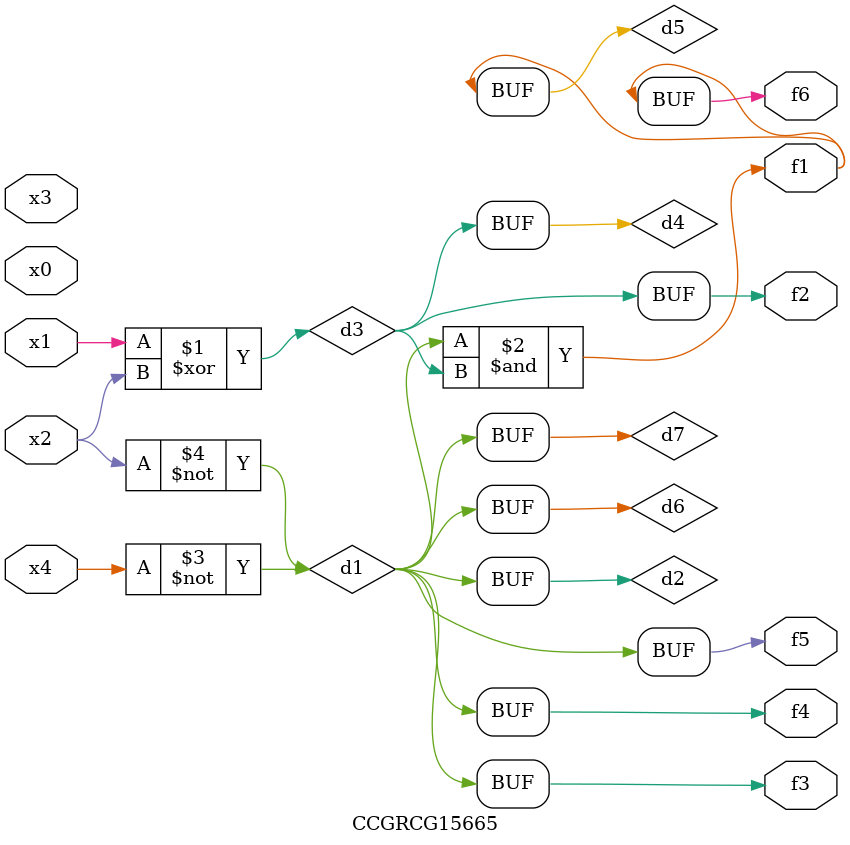
<source format=v>
module CCGRCG15665(
	input x0, x1, x2, x3, x4,
	output f1, f2, f3, f4, f5, f6
);

	wire d1, d2, d3, d4, d5, d6, d7;

	not (d1, x4);
	not (d2, x2);
	xor (d3, x1, x2);
	buf (d4, d3);
	and (d5, d1, d3);
	buf (d6, d1, d2);
	buf (d7, d2);
	assign f1 = d5;
	assign f2 = d4;
	assign f3 = d7;
	assign f4 = d7;
	assign f5 = d7;
	assign f6 = d5;
endmodule

</source>
